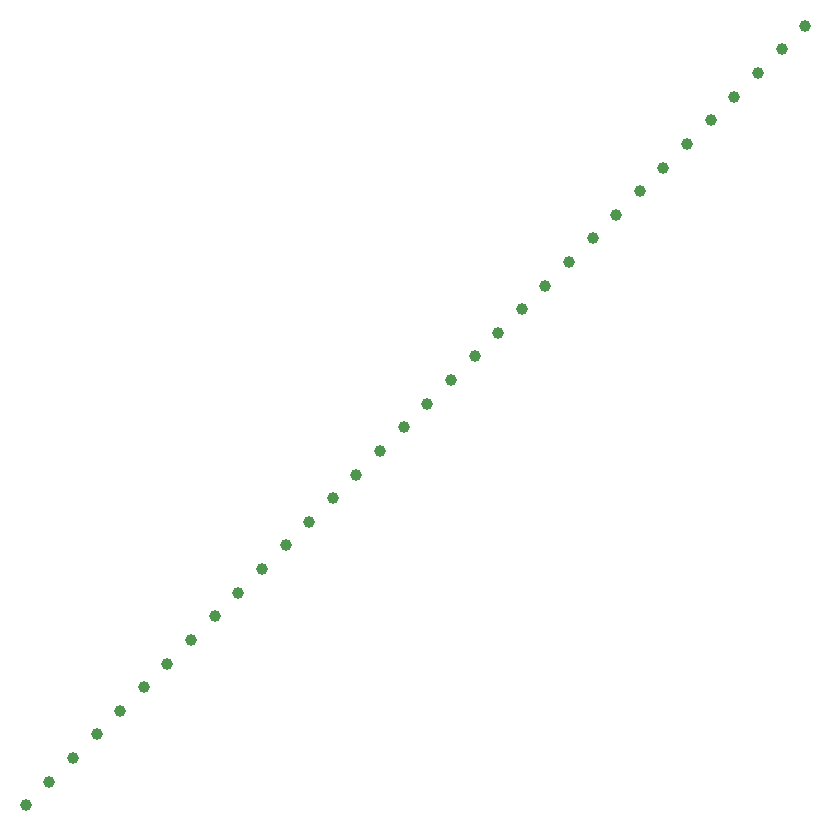
<source format=gbr>
G04 Examples for testing time performance of Gerber parsers*
%FSLAX26Y26*%
%MOMM*%
%ADD10C,1*%
%LPD*%
D10*
X0Y0D03*
X2000000Y2000000D03*
X4000000Y4000000D03*
X6000000Y6000000D03*
X8000000Y8000000D03*
X10000000Y10000000D03*
X12000000Y12000000D03*
X14000000Y14000000D03*
X16000000Y16000000D03*
X18000000Y18000000D03*
X20000000Y20000000D03*
X22000000Y22000000D03*
X24000000Y24000000D03*
X26000000Y26000000D03*
X28000000Y28000000D03*
X30000000Y30000000D03*
X32000000Y32000000D03*
X34000000Y34000000D03*
X36000000Y36000000D03*
X38000000Y38000000D03*
X40000000Y40000000D03*
X42000000Y42000000D03*
X44000000Y44000000D03*
X46000000Y46000000D03*
X48000000Y48000000D03*
X50000000Y50000000D03*
X52000000Y52000000D03*
X54000000Y54000000D03*
X56000000Y56000000D03*
X58000000Y58000000D03*
X60000000Y60000000D03*
X62000000Y62000000D03*
X64000000Y64000000D03*
X66000000Y66000000D03*
M02*

</source>
